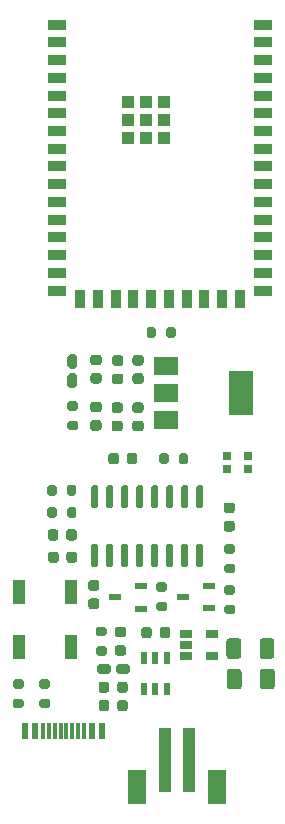
<source format=gbr>
%TF.GenerationSoftware,KiCad,Pcbnew,5.1.10-88a1d61d58~90~ubuntu20.04.1*%
%TF.CreationDate,2021-07-14T19:36:45+05:30*%
%TF.ProjectId,USBee32-S2,55534265-6533-4322-9d53-322e6b696361,rev?*%
%TF.SameCoordinates,Original*%
%TF.FileFunction,Paste,Top*%
%TF.FilePolarity,Positive*%
%FSLAX46Y46*%
G04 Gerber Fmt 4.6, Leading zero omitted, Abs format (unit mm)*
G04 Created by KiCad (PCBNEW 5.1.10-88a1d61d58~90~ubuntu20.04.1) date 2021-07-14 19:36:45*
%MOMM*%
%LPD*%
G01*
G04 APERTURE LIST*
%ADD10R,1.600000X3.000000*%
%ADD11R,1.000000X5.500000*%
%ADD12R,0.600000X1.125000*%
%ADD13R,1.050000X0.600000*%
%ADD14R,1.060000X0.650000*%
%ADD15R,2.000000X1.500000*%
%ADD16R,2.000000X3.800000*%
%ADD17R,1.100000X1.100000*%
%ADD18R,1.500000X0.900000*%
%ADD19R,0.900000X1.500000*%
%ADD20R,0.600000X1.450000*%
%ADD21R,0.300000X1.450000*%
%ADD22R,0.700000X0.700000*%
%ADD23R,1.000000X2.000000*%
G04 APERTURE END LIST*
G36*
G01*
X186580700Y-112312200D02*
X186580700Y-113562200D01*
G75*
G02*
X186330700Y-113812200I-250000J0D01*
G01*
X185580700Y-113812200D01*
G75*
G02*
X185330700Y-113562200I0J250000D01*
G01*
X185330700Y-112312200D01*
G75*
G02*
X185580700Y-112062200I250000J0D01*
G01*
X186330700Y-112062200D01*
G75*
G02*
X186580700Y-112312200I0J-250000D01*
G01*
G37*
G36*
G01*
X189380700Y-112312200D02*
X189380700Y-113562200D01*
G75*
G02*
X189130700Y-113812200I-250000J0D01*
G01*
X188380700Y-113812200D01*
G75*
G02*
X188130700Y-113562200I0J250000D01*
G01*
X188130700Y-112312200D01*
G75*
G02*
X188380700Y-112062200I250000J0D01*
G01*
X189130700Y-112062200D01*
G75*
G02*
X189380700Y-112312200I0J-250000D01*
G01*
G37*
G36*
G01*
X178970000Y-108743750D02*
X178970000Y-109256250D01*
G75*
G02*
X178751250Y-109475000I-218750J0D01*
G01*
X178313750Y-109475000D01*
G75*
G02*
X178095000Y-109256250I0J218750D01*
G01*
X178095000Y-108743750D01*
G75*
G02*
X178313750Y-108525000I218750J0D01*
G01*
X178751250Y-108525000D01*
G75*
G02*
X178970000Y-108743750I0J-218750D01*
G01*
G37*
G36*
G01*
X180545000Y-108743750D02*
X180545000Y-109256250D01*
G75*
G02*
X180326250Y-109475000I-218750J0D01*
G01*
X179888750Y-109475000D01*
G75*
G02*
X179670000Y-109256250I0J218750D01*
G01*
X179670000Y-108743750D01*
G75*
G02*
X179888750Y-108525000I218750J0D01*
G01*
X180326250Y-108525000D01*
G75*
G02*
X180545000Y-108743750I0J-218750D01*
G01*
G37*
D10*
X177721400Y-122047360D03*
X184521400Y-122047360D03*
D11*
X180121400Y-119797360D03*
X182121400Y-119797360D03*
D12*
X180230000Y-111168000D03*
X179280000Y-111168000D03*
X178330000Y-111168000D03*
X178330000Y-113792000D03*
X179280000Y-113792000D03*
X180230000Y-113792000D03*
G36*
G01*
X176585150Y-109389300D02*
X176072650Y-109389300D01*
G75*
G02*
X175853900Y-109170550I0J218750D01*
G01*
X175853900Y-108733050D01*
G75*
G02*
X176072650Y-108514300I218750J0D01*
G01*
X176585150Y-108514300D01*
G75*
G02*
X176803900Y-108733050I0J-218750D01*
G01*
X176803900Y-109170550D01*
G75*
G02*
X176585150Y-109389300I-218750J0D01*
G01*
G37*
G36*
G01*
X176585150Y-110964300D02*
X176072650Y-110964300D01*
G75*
G02*
X175853900Y-110745550I0J218750D01*
G01*
X175853900Y-110308050D01*
G75*
G02*
X176072650Y-110089300I218750J0D01*
G01*
X176585150Y-110089300D01*
G75*
G02*
X176803900Y-110308050I0J-218750D01*
G01*
X176803900Y-110745550D01*
G75*
G02*
X176585150Y-110964300I-218750J0D01*
G01*
G37*
G36*
G01*
X170205000Y-113760000D02*
X169655000Y-113760000D01*
G75*
G02*
X169455000Y-113560000I0J200000D01*
G01*
X169455000Y-113160000D01*
G75*
G02*
X169655000Y-112960000I200000J0D01*
G01*
X170205000Y-112960000D01*
G75*
G02*
X170405000Y-113160000I0J-200000D01*
G01*
X170405000Y-113560000D01*
G75*
G02*
X170205000Y-113760000I-200000J0D01*
G01*
G37*
G36*
G01*
X170205000Y-115410000D02*
X169655000Y-115410000D01*
G75*
G02*
X169455000Y-115210000I0J200000D01*
G01*
X169455000Y-114810000D01*
G75*
G02*
X169655000Y-114610000I200000J0D01*
G01*
X170205000Y-114610000D01*
G75*
G02*
X170405000Y-114810000I0J-200000D01*
G01*
X170405000Y-115210000D01*
G75*
G02*
X170205000Y-115410000I-200000J0D01*
G01*
G37*
D13*
X181594800Y-105990300D03*
X183794800Y-105040300D03*
X183794800Y-106940300D03*
X175892500Y-106015700D03*
X178092500Y-105065700D03*
X178092500Y-106965700D03*
D14*
X184100000Y-109120000D03*
X184100000Y-111020000D03*
X181900000Y-111020000D03*
X181900000Y-110070000D03*
X181900000Y-109120000D03*
G36*
G01*
X180415600Y-93993200D02*
X180415600Y-94543200D01*
G75*
G02*
X180215600Y-94743200I-200000J0D01*
G01*
X179815600Y-94743200D01*
G75*
G02*
X179615600Y-94543200I0J200000D01*
G01*
X179615600Y-93993200D01*
G75*
G02*
X179815600Y-93793200I200000J0D01*
G01*
X180215600Y-93793200D01*
G75*
G02*
X180415600Y-93993200I0J-200000D01*
G01*
G37*
G36*
G01*
X182065600Y-93993200D02*
X182065600Y-94543200D01*
G75*
G02*
X181865600Y-94743200I-200000J0D01*
G01*
X181465600Y-94743200D01*
G75*
G02*
X181265600Y-94543200I0J200000D01*
G01*
X181265600Y-93993200D01*
G75*
G02*
X181465600Y-93793200I200000J0D01*
G01*
X181865600Y-93793200D01*
G75*
G02*
X182065600Y-93993200I0J-200000D01*
G01*
G37*
G36*
G01*
X182887700Y-101495900D02*
X183187700Y-101495900D01*
G75*
G02*
X183337700Y-101645900I0J-150000D01*
G01*
X183337700Y-103295900D01*
G75*
G02*
X183187700Y-103445900I-150000J0D01*
G01*
X182887700Y-103445900D01*
G75*
G02*
X182737700Y-103295900I0J150000D01*
G01*
X182737700Y-101645900D01*
G75*
G02*
X182887700Y-101495900I150000J0D01*
G01*
G37*
G36*
G01*
X181617700Y-101495900D02*
X181917700Y-101495900D01*
G75*
G02*
X182067700Y-101645900I0J-150000D01*
G01*
X182067700Y-103295900D01*
G75*
G02*
X181917700Y-103445900I-150000J0D01*
G01*
X181617700Y-103445900D01*
G75*
G02*
X181467700Y-103295900I0J150000D01*
G01*
X181467700Y-101645900D01*
G75*
G02*
X181617700Y-101495900I150000J0D01*
G01*
G37*
G36*
G01*
X180347700Y-101495900D02*
X180647700Y-101495900D01*
G75*
G02*
X180797700Y-101645900I0J-150000D01*
G01*
X180797700Y-103295900D01*
G75*
G02*
X180647700Y-103445900I-150000J0D01*
G01*
X180347700Y-103445900D01*
G75*
G02*
X180197700Y-103295900I0J150000D01*
G01*
X180197700Y-101645900D01*
G75*
G02*
X180347700Y-101495900I150000J0D01*
G01*
G37*
G36*
G01*
X179077700Y-101495900D02*
X179377700Y-101495900D01*
G75*
G02*
X179527700Y-101645900I0J-150000D01*
G01*
X179527700Y-103295900D01*
G75*
G02*
X179377700Y-103445900I-150000J0D01*
G01*
X179077700Y-103445900D01*
G75*
G02*
X178927700Y-103295900I0J150000D01*
G01*
X178927700Y-101645900D01*
G75*
G02*
X179077700Y-101495900I150000J0D01*
G01*
G37*
G36*
G01*
X177807700Y-101495900D02*
X178107700Y-101495900D01*
G75*
G02*
X178257700Y-101645900I0J-150000D01*
G01*
X178257700Y-103295900D01*
G75*
G02*
X178107700Y-103445900I-150000J0D01*
G01*
X177807700Y-103445900D01*
G75*
G02*
X177657700Y-103295900I0J150000D01*
G01*
X177657700Y-101645900D01*
G75*
G02*
X177807700Y-101495900I150000J0D01*
G01*
G37*
G36*
G01*
X176537700Y-101495900D02*
X176837700Y-101495900D01*
G75*
G02*
X176987700Y-101645900I0J-150000D01*
G01*
X176987700Y-103295900D01*
G75*
G02*
X176837700Y-103445900I-150000J0D01*
G01*
X176537700Y-103445900D01*
G75*
G02*
X176387700Y-103295900I0J150000D01*
G01*
X176387700Y-101645900D01*
G75*
G02*
X176537700Y-101495900I150000J0D01*
G01*
G37*
G36*
G01*
X175267700Y-101495900D02*
X175567700Y-101495900D01*
G75*
G02*
X175717700Y-101645900I0J-150000D01*
G01*
X175717700Y-103295900D01*
G75*
G02*
X175567700Y-103445900I-150000J0D01*
G01*
X175267700Y-103445900D01*
G75*
G02*
X175117700Y-103295900I0J150000D01*
G01*
X175117700Y-101645900D01*
G75*
G02*
X175267700Y-101495900I150000J0D01*
G01*
G37*
G36*
G01*
X173997700Y-101495900D02*
X174297700Y-101495900D01*
G75*
G02*
X174447700Y-101645900I0J-150000D01*
G01*
X174447700Y-103295900D01*
G75*
G02*
X174297700Y-103445900I-150000J0D01*
G01*
X173997700Y-103445900D01*
G75*
G02*
X173847700Y-103295900I0J150000D01*
G01*
X173847700Y-101645900D01*
G75*
G02*
X173997700Y-101495900I150000J0D01*
G01*
G37*
G36*
G01*
X173997700Y-96545900D02*
X174297700Y-96545900D01*
G75*
G02*
X174447700Y-96695900I0J-150000D01*
G01*
X174447700Y-98345900D01*
G75*
G02*
X174297700Y-98495900I-150000J0D01*
G01*
X173997700Y-98495900D01*
G75*
G02*
X173847700Y-98345900I0J150000D01*
G01*
X173847700Y-96695900D01*
G75*
G02*
X173997700Y-96545900I150000J0D01*
G01*
G37*
G36*
G01*
X175267700Y-96545900D02*
X175567700Y-96545900D01*
G75*
G02*
X175717700Y-96695900I0J-150000D01*
G01*
X175717700Y-98345900D01*
G75*
G02*
X175567700Y-98495900I-150000J0D01*
G01*
X175267700Y-98495900D01*
G75*
G02*
X175117700Y-98345900I0J150000D01*
G01*
X175117700Y-96695900D01*
G75*
G02*
X175267700Y-96545900I150000J0D01*
G01*
G37*
G36*
G01*
X176537700Y-96545900D02*
X176837700Y-96545900D01*
G75*
G02*
X176987700Y-96695900I0J-150000D01*
G01*
X176987700Y-98345900D01*
G75*
G02*
X176837700Y-98495900I-150000J0D01*
G01*
X176537700Y-98495900D01*
G75*
G02*
X176387700Y-98345900I0J150000D01*
G01*
X176387700Y-96695900D01*
G75*
G02*
X176537700Y-96545900I150000J0D01*
G01*
G37*
G36*
G01*
X177807700Y-96545900D02*
X178107700Y-96545900D01*
G75*
G02*
X178257700Y-96695900I0J-150000D01*
G01*
X178257700Y-98345900D01*
G75*
G02*
X178107700Y-98495900I-150000J0D01*
G01*
X177807700Y-98495900D01*
G75*
G02*
X177657700Y-98345900I0J150000D01*
G01*
X177657700Y-96695900D01*
G75*
G02*
X177807700Y-96545900I150000J0D01*
G01*
G37*
G36*
G01*
X179077700Y-96545900D02*
X179377700Y-96545900D01*
G75*
G02*
X179527700Y-96695900I0J-150000D01*
G01*
X179527700Y-98345900D01*
G75*
G02*
X179377700Y-98495900I-150000J0D01*
G01*
X179077700Y-98495900D01*
G75*
G02*
X178927700Y-98345900I0J150000D01*
G01*
X178927700Y-96695900D01*
G75*
G02*
X179077700Y-96545900I150000J0D01*
G01*
G37*
G36*
G01*
X180347700Y-96545900D02*
X180647700Y-96545900D01*
G75*
G02*
X180797700Y-96695900I0J-150000D01*
G01*
X180797700Y-98345900D01*
G75*
G02*
X180647700Y-98495900I-150000J0D01*
G01*
X180347700Y-98495900D01*
G75*
G02*
X180197700Y-98345900I0J150000D01*
G01*
X180197700Y-96695900D01*
G75*
G02*
X180347700Y-96545900I150000J0D01*
G01*
G37*
G36*
G01*
X181617700Y-96545900D02*
X181917700Y-96545900D01*
G75*
G02*
X182067700Y-96695900I0J-150000D01*
G01*
X182067700Y-98345900D01*
G75*
G02*
X181917700Y-98495900I-150000J0D01*
G01*
X181617700Y-98495900D01*
G75*
G02*
X181467700Y-98345900I0J150000D01*
G01*
X181467700Y-96695900D01*
G75*
G02*
X181617700Y-96545900I150000J0D01*
G01*
G37*
G36*
G01*
X182887700Y-96545900D02*
X183187700Y-96545900D01*
G75*
G02*
X183337700Y-96695900I0J-150000D01*
G01*
X183337700Y-98345900D01*
G75*
G02*
X183187700Y-98495900I-150000J0D01*
G01*
X182887700Y-98495900D01*
G75*
G02*
X182737700Y-98345900I0J150000D01*
G01*
X182737700Y-96695900D01*
G75*
G02*
X182887700Y-96545900I150000J0D01*
G01*
G37*
D15*
X180192500Y-86392900D03*
X180192500Y-90992900D03*
X180192500Y-88692900D03*
D16*
X186492500Y-88692900D03*
D17*
X176990000Y-64090000D03*
X178490000Y-64090000D03*
X179990000Y-64090000D03*
X179990000Y-65590000D03*
X179990000Y-67090000D03*
X178490000Y-67090000D03*
X176990000Y-67090000D03*
X176990000Y-65590000D03*
X178490000Y-65590000D03*
D18*
X188430000Y-57540000D03*
X188430000Y-59040000D03*
X188430000Y-60540000D03*
X188430000Y-62040000D03*
X188430000Y-63540000D03*
X188430000Y-65040000D03*
X188430000Y-66540000D03*
X188430000Y-68040000D03*
X188430000Y-69540000D03*
X188430000Y-71040000D03*
X188430000Y-72540000D03*
X188430000Y-74040000D03*
X188430000Y-75540000D03*
X188430000Y-77040000D03*
X188430000Y-78540000D03*
X188430000Y-80040000D03*
D19*
X186430000Y-80790000D03*
X184930000Y-80790000D03*
X183430000Y-80790000D03*
X181930000Y-80790000D03*
X180430000Y-80790000D03*
X178930000Y-80790000D03*
X177430000Y-80790000D03*
X175930000Y-80790000D03*
X174430000Y-80790000D03*
X172930000Y-80790000D03*
D18*
X170930000Y-80040000D03*
X170930000Y-78540000D03*
X170930000Y-77040000D03*
X170930000Y-75540000D03*
X170930000Y-74040000D03*
X170930000Y-72540000D03*
X170930000Y-71040000D03*
X170930000Y-69540000D03*
X170930000Y-68040000D03*
X170930000Y-66540000D03*
X170930000Y-65040000D03*
X170930000Y-63540000D03*
X170930000Y-62040000D03*
X170930000Y-60540000D03*
X170930000Y-59040000D03*
X170930000Y-57540000D03*
D20*
X174757500Y-117364280D03*
X173957500Y-117364280D03*
D21*
X173257500Y-117364280D03*
X172757500Y-117364280D03*
X172257500Y-117364280D03*
X171757500Y-117364280D03*
X169757500Y-117364280D03*
X170257500Y-117364280D03*
X170757500Y-117364280D03*
X171257500Y-117364280D03*
D20*
X169057500Y-117364280D03*
X168257500Y-117364280D03*
G36*
G01*
X170941400Y-96672900D02*
X170941400Y-97222900D01*
G75*
G02*
X170741400Y-97422900I-200000J0D01*
G01*
X170341400Y-97422900D01*
G75*
G02*
X170141400Y-97222900I0J200000D01*
G01*
X170141400Y-96672900D01*
G75*
G02*
X170341400Y-96472900I200000J0D01*
G01*
X170741400Y-96472900D01*
G75*
G02*
X170941400Y-96672900I0J-200000D01*
G01*
G37*
G36*
G01*
X172591400Y-96672900D02*
X172591400Y-97222900D01*
G75*
G02*
X172391400Y-97422900I-200000J0D01*
G01*
X171991400Y-97422900D01*
G75*
G02*
X171791400Y-97222900I0J200000D01*
G01*
X171791400Y-96672900D01*
G75*
G02*
X171991400Y-96472900I200000J0D01*
G01*
X172391400Y-96472900D01*
G75*
G02*
X172591400Y-96672900I0J-200000D01*
G01*
G37*
G36*
G01*
X175933740Y-112301300D02*
X175933740Y-111876300D01*
G75*
G02*
X176146240Y-111663800I212500J0D01*
G01*
X176946240Y-111663800D01*
G75*
G02*
X177158740Y-111876300I0J-212500D01*
G01*
X177158740Y-112301300D01*
G75*
G02*
X176946240Y-112513800I-212500J0D01*
G01*
X176146240Y-112513800D01*
G75*
G02*
X175933740Y-112301300I0J212500D01*
G01*
G37*
G36*
G01*
X174308740Y-112301300D02*
X174308740Y-111876300D01*
G75*
G02*
X174521240Y-111663800I212500J0D01*
G01*
X175321240Y-111663800D01*
G75*
G02*
X175533740Y-111876300I0J-212500D01*
G01*
X175533740Y-112301300D01*
G75*
G02*
X175321240Y-112513800I-212500J0D01*
G01*
X174521240Y-112513800D01*
G75*
G02*
X174308740Y-112301300I0J212500D01*
G01*
G37*
G36*
G01*
X175363740Y-113374240D02*
X175363740Y-113886740D01*
G75*
G02*
X175144990Y-114105490I-218750J0D01*
G01*
X174707490Y-114105490D01*
G75*
G02*
X174488740Y-113886740I0J218750D01*
G01*
X174488740Y-113374240D01*
G75*
G02*
X174707490Y-113155490I218750J0D01*
G01*
X175144990Y-113155490D01*
G75*
G02*
X175363740Y-113374240I0J-218750D01*
G01*
G37*
G36*
G01*
X176938740Y-113374240D02*
X176938740Y-113886740D01*
G75*
G02*
X176719990Y-114105490I-218750J0D01*
G01*
X176282490Y-114105490D01*
G75*
G02*
X176063740Y-113886740I0J218750D01*
G01*
X176063740Y-113374240D01*
G75*
G02*
X176282490Y-113155490I218750J0D01*
G01*
X176719990Y-113155490D01*
G75*
G02*
X176938740Y-113374240I0J-218750D01*
G01*
G37*
G36*
G01*
X175363740Y-114925930D02*
X175363740Y-115438430D01*
G75*
G02*
X175144990Y-115657180I-218750J0D01*
G01*
X174707490Y-115657180D01*
G75*
G02*
X174488740Y-115438430I0J218750D01*
G01*
X174488740Y-114925930D01*
G75*
G02*
X174707490Y-114707180I218750J0D01*
G01*
X175144990Y-114707180D01*
G75*
G02*
X175363740Y-114925930I0J-218750D01*
G01*
G37*
G36*
G01*
X176938740Y-114925930D02*
X176938740Y-115438430D01*
G75*
G02*
X176719990Y-115657180I-218750J0D01*
G01*
X176282490Y-115657180D01*
G75*
G02*
X176063740Y-115438430I0J218750D01*
G01*
X176063740Y-114925930D01*
G75*
G02*
X176282490Y-114707180I218750J0D01*
G01*
X176719990Y-114707180D01*
G75*
G02*
X176938740Y-114925930I0J-218750D01*
G01*
G37*
D22*
X185330720Y-95117920D03*
X185330720Y-94017920D03*
X187160720Y-94017920D03*
X187160720Y-95117920D03*
G36*
G01*
X174978300Y-109327000D02*
X174428300Y-109327000D01*
G75*
G02*
X174228300Y-109127000I0J200000D01*
G01*
X174228300Y-108727000D01*
G75*
G02*
X174428300Y-108527000I200000J0D01*
G01*
X174978300Y-108527000D01*
G75*
G02*
X175178300Y-108727000I0J-200000D01*
G01*
X175178300Y-109127000D01*
G75*
G02*
X174978300Y-109327000I-200000J0D01*
G01*
G37*
G36*
G01*
X174978300Y-110977000D02*
X174428300Y-110977000D01*
G75*
G02*
X174228300Y-110777000I0J200000D01*
G01*
X174228300Y-110377000D01*
G75*
G02*
X174428300Y-110177000I200000J0D01*
G01*
X174978300Y-110177000D01*
G75*
G02*
X175178300Y-110377000I0J-200000D01*
G01*
X175178300Y-110777000D01*
G75*
G02*
X174978300Y-110977000I-200000J0D01*
G01*
G37*
G36*
G01*
X175840800Y-87074800D02*
X176340800Y-87074800D01*
G75*
G02*
X176565800Y-87299800I0J-225000D01*
G01*
X176565800Y-87749800D01*
G75*
G02*
X176340800Y-87974800I-225000J0D01*
G01*
X175840800Y-87974800D01*
G75*
G02*
X175615800Y-87749800I0J225000D01*
G01*
X175615800Y-87299800D01*
G75*
G02*
X175840800Y-87074800I225000J0D01*
G01*
G37*
G36*
G01*
X175840800Y-85524800D02*
X176340800Y-85524800D01*
G75*
G02*
X176565800Y-85749800I0J-225000D01*
G01*
X176565800Y-86199800D01*
G75*
G02*
X176340800Y-86424800I-225000J0D01*
G01*
X175840800Y-86424800D01*
G75*
G02*
X175615800Y-86199800I0J225000D01*
G01*
X175615800Y-85749800D01*
G75*
G02*
X175840800Y-85524800I225000J0D01*
G01*
G37*
G36*
G01*
X175802700Y-91062300D02*
X176302700Y-91062300D01*
G75*
G02*
X176527700Y-91287300I0J-225000D01*
G01*
X176527700Y-91737300D01*
G75*
G02*
X176302700Y-91962300I-225000J0D01*
G01*
X175802700Y-91962300D01*
G75*
G02*
X175577700Y-91737300I0J225000D01*
G01*
X175577700Y-91287300D01*
G75*
G02*
X175802700Y-91062300I225000J0D01*
G01*
G37*
G36*
G01*
X175802700Y-89512300D02*
X176302700Y-89512300D01*
G75*
G02*
X176527700Y-89737300I0J-225000D01*
G01*
X176527700Y-90187300D01*
G75*
G02*
X176302700Y-90412300I-225000J0D01*
G01*
X175802700Y-90412300D01*
G75*
G02*
X175577700Y-90187300I0J225000D01*
G01*
X175577700Y-89737300D01*
G75*
G02*
X175802700Y-89512300I225000J0D01*
G01*
G37*
G36*
G01*
X188105300Y-110984100D02*
X188105300Y-109734100D01*
G75*
G02*
X188355300Y-109484100I250000J0D01*
G01*
X189105300Y-109484100D01*
G75*
G02*
X189355300Y-109734100I0J-250000D01*
G01*
X189355300Y-110984100D01*
G75*
G02*
X189105300Y-111234100I-250000J0D01*
G01*
X188355300Y-111234100D01*
G75*
G02*
X188105300Y-110984100I0J250000D01*
G01*
G37*
G36*
G01*
X185305300Y-110984100D02*
X185305300Y-109734100D01*
G75*
G02*
X185555300Y-109484100I250000J0D01*
G01*
X186305300Y-109484100D01*
G75*
G02*
X186555300Y-109734100I0J-250000D01*
G01*
X186555300Y-110984100D01*
G75*
G02*
X186305300Y-111234100I-250000J0D01*
G01*
X185555300Y-111234100D01*
G75*
G02*
X185305300Y-110984100I0J250000D01*
G01*
G37*
G36*
G01*
X185789600Y-98896200D02*
X185289600Y-98896200D01*
G75*
G02*
X185064600Y-98671200I0J225000D01*
G01*
X185064600Y-98221200D01*
G75*
G02*
X185289600Y-97996200I225000J0D01*
G01*
X185789600Y-97996200D01*
G75*
G02*
X186014600Y-98221200I0J-225000D01*
G01*
X186014600Y-98671200D01*
G75*
G02*
X185789600Y-98896200I-225000J0D01*
G01*
G37*
G36*
G01*
X185789600Y-100446200D02*
X185289600Y-100446200D01*
G75*
G02*
X185064600Y-100221200I0J225000D01*
G01*
X185064600Y-99771200D01*
G75*
G02*
X185289600Y-99546200I225000J0D01*
G01*
X185789600Y-99546200D01*
G75*
G02*
X186014600Y-99771200I0J-225000D01*
G01*
X186014600Y-100221200D01*
G75*
G02*
X185789600Y-100446200I-225000J0D01*
G01*
G37*
D23*
X172156700Y-105558500D03*
X167756700Y-105558500D03*
X172118600Y-110194000D03*
X167718600Y-110194000D03*
G36*
G01*
X179549600Y-106389900D02*
X180099600Y-106389900D01*
G75*
G02*
X180299600Y-106589900I0J-200000D01*
G01*
X180299600Y-106989900D01*
G75*
G02*
X180099600Y-107189900I-200000J0D01*
G01*
X179549600Y-107189900D01*
G75*
G02*
X179349600Y-106989900I0J200000D01*
G01*
X179349600Y-106589900D01*
G75*
G02*
X179549600Y-106389900I200000J0D01*
G01*
G37*
G36*
G01*
X179549600Y-104739900D02*
X180099600Y-104739900D01*
G75*
G02*
X180299600Y-104939900I0J-200000D01*
G01*
X180299600Y-105339900D01*
G75*
G02*
X180099600Y-105539900I-200000J0D01*
G01*
X179549600Y-105539900D01*
G75*
G02*
X179349600Y-105339900I0J200000D01*
G01*
X179349600Y-104939900D01*
G75*
G02*
X179549600Y-104739900I200000J0D01*
G01*
G37*
G36*
G01*
X172018500Y-91074200D02*
X172568500Y-91074200D01*
G75*
G02*
X172768500Y-91274200I0J-200000D01*
G01*
X172768500Y-91674200D01*
G75*
G02*
X172568500Y-91874200I-200000J0D01*
G01*
X172018500Y-91874200D01*
G75*
G02*
X171818500Y-91674200I0J200000D01*
G01*
X171818500Y-91274200D01*
G75*
G02*
X172018500Y-91074200I200000J0D01*
G01*
G37*
G36*
G01*
X172018500Y-89424200D02*
X172568500Y-89424200D01*
G75*
G02*
X172768500Y-89624200I0J-200000D01*
G01*
X172768500Y-90024200D01*
G75*
G02*
X172568500Y-90224200I-200000J0D01*
G01*
X172018500Y-90224200D01*
G75*
G02*
X171818500Y-90024200I0J200000D01*
G01*
X171818500Y-89624200D01*
G75*
G02*
X172018500Y-89424200I200000J0D01*
G01*
G37*
G36*
G01*
X172465360Y-86664400D02*
X172040360Y-86664400D01*
G75*
G02*
X171827860Y-86451900I0J212500D01*
G01*
X171827860Y-85651900D01*
G75*
G02*
X172040360Y-85439400I212500J0D01*
G01*
X172465360Y-85439400D01*
G75*
G02*
X172677860Y-85651900I0J-212500D01*
G01*
X172677860Y-86451900D01*
G75*
G02*
X172465360Y-86664400I-212500J0D01*
G01*
G37*
G36*
G01*
X172465360Y-88289400D02*
X172040360Y-88289400D01*
G75*
G02*
X171827860Y-88076900I0J212500D01*
G01*
X171827860Y-87276900D01*
G75*
G02*
X172040360Y-87064400I212500J0D01*
G01*
X172465360Y-87064400D01*
G75*
G02*
X172677860Y-87276900I0J-212500D01*
G01*
X172677860Y-88076900D01*
G75*
G02*
X172465360Y-88289400I-212500J0D01*
G01*
G37*
G36*
G01*
X177568000Y-87049400D02*
X178068000Y-87049400D01*
G75*
G02*
X178293000Y-87274400I0J-225000D01*
G01*
X178293000Y-87724400D01*
G75*
G02*
X178068000Y-87949400I-225000J0D01*
G01*
X177568000Y-87949400D01*
G75*
G02*
X177343000Y-87724400I0J225000D01*
G01*
X177343000Y-87274400D01*
G75*
G02*
X177568000Y-87049400I225000J0D01*
G01*
G37*
G36*
G01*
X177568000Y-85499400D02*
X178068000Y-85499400D01*
G75*
G02*
X178293000Y-85724400I0J-225000D01*
G01*
X178293000Y-86174400D01*
G75*
G02*
X178068000Y-86399400I-225000J0D01*
G01*
X177568000Y-86399400D01*
G75*
G02*
X177343000Y-86174400I0J225000D01*
G01*
X177343000Y-85724400D01*
G75*
G02*
X177568000Y-85499400I225000J0D01*
G01*
G37*
G36*
G01*
X173821500Y-106112100D02*
X174321500Y-106112100D01*
G75*
G02*
X174546500Y-106337100I0J-225000D01*
G01*
X174546500Y-106787100D01*
G75*
G02*
X174321500Y-107012100I-225000J0D01*
G01*
X173821500Y-107012100D01*
G75*
G02*
X173596500Y-106787100I0J225000D01*
G01*
X173596500Y-106337100D01*
G75*
G02*
X173821500Y-106112100I225000J0D01*
G01*
G37*
G36*
G01*
X173821500Y-104562100D02*
X174321500Y-104562100D01*
G75*
G02*
X174546500Y-104787100I0J-225000D01*
G01*
X174546500Y-105237100D01*
G75*
G02*
X174321500Y-105462100I-225000J0D01*
G01*
X173821500Y-105462100D01*
G75*
G02*
X173596500Y-105237100I0J225000D01*
G01*
X173596500Y-104787100D01*
G75*
G02*
X173821500Y-104562100I225000J0D01*
G01*
G37*
G36*
G01*
X171079500Y-100482500D02*
X171079500Y-100982500D01*
G75*
G02*
X170854500Y-101207500I-225000J0D01*
G01*
X170404500Y-101207500D01*
G75*
G02*
X170179500Y-100982500I0J225000D01*
G01*
X170179500Y-100482500D01*
G75*
G02*
X170404500Y-100257500I225000J0D01*
G01*
X170854500Y-100257500D01*
G75*
G02*
X171079500Y-100482500I0J-225000D01*
G01*
G37*
G36*
G01*
X172629500Y-100482500D02*
X172629500Y-100982500D01*
G75*
G02*
X172404500Y-101207500I-225000J0D01*
G01*
X171954500Y-101207500D01*
G75*
G02*
X171729500Y-100982500I0J225000D01*
G01*
X171729500Y-100482500D01*
G75*
G02*
X171954500Y-100257500I225000J0D01*
G01*
X172404500Y-100257500D01*
G75*
G02*
X172629500Y-100482500I0J-225000D01*
G01*
G37*
G36*
G01*
X176197600Y-94018200D02*
X176197600Y-94518200D01*
G75*
G02*
X175972600Y-94743200I-225000J0D01*
G01*
X175522600Y-94743200D01*
G75*
G02*
X175297600Y-94518200I0J225000D01*
G01*
X175297600Y-94018200D01*
G75*
G02*
X175522600Y-93793200I225000J0D01*
G01*
X175972600Y-93793200D01*
G75*
G02*
X176197600Y-94018200I0J-225000D01*
G01*
G37*
G36*
G01*
X177747600Y-94018200D02*
X177747600Y-94518200D01*
G75*
G02*
X177522600Y-94743200I-225000J0D01*
G01*
X177072600Y-94743200D01*
G75*
G02*
X176847600Y-94518200I0J225000D01*
G01*
X176847600Y-94018200D01*
G75*
G02*
X177072600Y-93793200I225000J0D01*
G01*
X177522600Y-93793200D01*
G75*
G02*
X177747600Y-94018200I0J-225000D01*
G01*
G37*
G36*
G01*
X167955000Y-113755000D02*
X167405000Y-113755000D01*
G75*
G02*
X167205000Y-113555000I0J200000D01*
G01*
X167205000Y-113155000D01*
G75*
G02*
X167405000Y-112955000I200000J0D01*
G01*
X167955000Y-112955000D01*
G75*
G02*
X168155000Y-113155000I0J-200000D01*
G01*
X168155000Y-113555000D01*
G75*
G02*
X167955000Y-113755000I-200000J0D01*
G01*
G37*
G36*
G01*
X167955000Y-115405000D02*
X167405000Y-115405000D01*
G75*
G02*
X167205000Y-115205000I0J200000D01*
G01*
X167205000Y-114805000D01*
G75*
G02*
X167405000Y-114605000I200000J0D01*
G01*
X167955000Y-114605000D01*
G75*
G02*
X168155000Y-114805000I0J-200000D01*
G01*
X168155000Y-115205000D01*
G75*
G02*
X167955000Y-115405000I-200000J0D01*
G01*
G37*
G36*
G01*
X179341180Y-83312500D02*
X179341180Y-83862500D01*
G75*
G02*
X179141180Y-84062500I-200000J0D01*
G01*
X178741180Y-84062500D01*
G75*
G02*
X178541180Y-83862500I0J200000D01*
G01*
X178541180Y-83312500D01*
G75*
G02*
X178741180Y-83112500I200000J0D01*
G01*
X179141180Y-83112500D01*
G75*
G02*
X179341180Y-83312500I0J-200000D01*
G01*
G37*
G36*
G01*
X180991180Y-83312500D02*
X180991180Y-83862500D01*
G75*
G02*
X180791180Y-84062500I-200000J0D01*
G01*
X180391180Y-84062500D01*
G75*
G02*
X180191180Y-83862500I0J200000D01*
G01*
X180191180Y-83312500D01*
G75*
G02*
X180391180Y-83112500I200000J0D01*
G01*
X180791180Y-83112500D01*
G75*
G02*
X180991180Y-83312500I0J-200000D01*
G01*
G37*
G36*
G01*
X185852700Y-102326800D02*
X185302700Y-102326800D01*
G75*
G02*
X185102700Y-102126800I0J200000D01*
G01*
X185102700Y-101726800D01*
G75*
G02*
X185302700Y-101526800I200000J0D01*
G01*
X185852700Y-101526800D01*
G75*
G02*
X186052700Y-101726800I0J-200000D01*
G01*
X186052700Y-102126800D01*
G75*
G02*
X185852700Y-102326800I-200000J0D01*
G01*
G37*
G36*
G01*
X185852700Y-103976800D02*
X185302700Y-103976800D01*
G75*
G02*
X185102700Y-103776800I0J200000D01*
G01*
X185102700Y-103376800D01*
G75*
G02*
X185302700Y-103176800I200000J0D01*
G01*
X185852700Y-103176800D01*
G75*
G02*
X186052700Y-103376800I0J-200000D01*
G01*
X186052700Y-103776800D01*
G75*
G02*
X185852700Y-103976800I-200000J0D01*
G01*
G37*
G36*
G01*
X170141400Y-99115200D02*
X170141400Y-98565200D01*
G75*
G02*
X170341400Y-98365200I200000J0D01*
G01*
X170741400Y-98365200D01*
G75*
G02*
X170941400Y-98565200I0J-200000D01*
G01*
X170941400Y-99115200D01*
G75*
G02*
X170741400Y-99315200I-200000J0D01*
G01*
X170341400Y-99315200D01*
G75*
G02*
X170141400Y-99115200I0J200000D01*
G01*
G37*
G36*
G01*
X171791400Y-99115200D02*
X171791400Y-98565200D01*
G75*
G02*
X171991400Y-98365200I200000J0D01*
G01*
X172391400Y-98365200D01*
G75*
G02*
X172591400Y-98565200I0J-200000D01*
G01*
X172591400Y-99115200D01*
G75*
G02*
X172391400Y-99315200I-200000J0D01*
G01*
X171991400Y-99315200D01*
G75*
G02*
X171791400Y-99115200I0J200000D01*
G01*
G37*
G36*
G01*
X171754900Y-102874800D02*
X171754900Y-102374800D01*
G75*
G02*
X171979900Y-102149800I225000J0D01*
G01*
X172429900Y-102149800D01*
G75*
G02*
X172654900Y-102374800I0J-225000D01*
G01*
X172654900Y-102874800D01*
G75*
G02*
X172429900Y-103099800I-225000J0D01*
G01*
X171979900Y-103099800D01*
G75*
G02*
X171754900Y-102874800I0J225000D01*
G01*
G37*
G36*
G01*
X170204900Y-102874800D02*
X170204900Y-102374800D01*
G75*
G02*
X170429900Y-102149800I225000J0D01*
G01*
X170879900Y-102149800D01*
G75*
G02*
X171104900Y-102374800I0J-225000D01*
G01*
X171104900Y-102874800D01*
G75*
G02*
X170879900Y-103099800I-225000J0D01*
G01*
X170429900Y-103099800D01*
G75*
G02*
X170204900Y-102874800I0J225000D01*
G01*
G37*
G36*
G01*
X174512000Y-86374000D02*
X174012000Y-86374000D01*
G75*
G02*
X173787000Y-86149000I0J225000D01*
G01*
X173787000Y-85699000D01*
G75*
G02*
X174012000Y-85474000I225000J0D01*
G01*
X174512000Y-85474000D01*
G75*
G02*
X174737000Y-85699000I0J-225000D01*
G01*
X174737000Y-86149000D01*
G75*
G02*
X174512000Y-86374000I-225000J0D01*
G01*
G37*
G36*
G01*
X174512000Y-87924000D02*
X174012000Y-87924000D01*
G75*
G02*
X173787000Y-87699000I0J225000D01*
G01*
X173787000Y-87249000D01*
G75*
G02*
X174012000Y-87024000I225000J0D01*
G01*
X174512000Y-87024000D01*
G75*
G02*
X174737000Y-87249000I0J-225000D01*
G01*
X174737000Y-87699000D01*
G75*
G02*
X174512000Y-87924000I-225000J0D01*
G01*
G37*
G36*
G01*
X173999300Y-91011500D02*
X174499300Y-91011500D01*
G75*
G02*
X174724300Y-91236500I0J-225000D01*
G01*
X174724300Y-91686500D01*
G75*
G02*
X174499300Y-91911500I-225000J0D01*
G01*
X173999300Y-91911500D01*
G75*
G02*
X173774300Y-91686500I0J225000D01*
G01*
X173774300Y-91236500D01*
G75*
G02*
X173999300Y-91011500I225000J0D01*
G01*
G37*
G36*
G01*
X173999300Y-89461500D02*
X174499300Y-89461500D01*
G75*
G02*
X174724300Y-89686500I0J-225000D01*
G01*
X174724300Y-90136500D01*
G75*
G02*
X174499300Y-90361500I-225000J0D01*
G01*
X173999300Y-90361500D01*
G75*
G02*
X173774300Y-90136500I0J225000D01*
G01*
X173774300Y-89686500D01*
G75*
G02*
X173999300Y-89461500I225000J0D01*
G01*
G37*
G36*
G01*
X177555300Y-91062600D02*
X178055300Y-91062600D01*
G75*
G02*
X178280300Y-91287600I0J-225000D01*
G01*
X178280300Y-91737600D01*
G75*
G02*
X178055300Y-91962600I-225000J0D01*
G01*
X177555300Y-91962600D01*
G75*
G02*
X177330300Y-91737600I0J225000D01*
G01*
X177330300Y-91287600D01*
G75*
G02*
X177555300Y-91062600I225000J0D01*
G01*
G37*
G36*
G01*
X177555300Y-89512600D02*
X178055300Y-89512600D01*
G75*
G02*
X178280300Y-89737600I0J-225000D01*
G01*
X178280300Y-90187600D01*
G75*
G02*
X178055300Y-90412600I-225000J0D01*
G01*
X177555300Y-90412600D01*
G75*
G02*
X177330300Y-90187600I0J225000D01*
G01*
X177330300Y-89737600D01*
G75*
G02*
X177555300Y-89512600I225000J0D01*
G01*
G37*
G36*
G01*
X185315400Y-106643900D02*
X185865400Y-106643900D01*
G75*
G02*
X186065400Y-106843900I0J-200000D01*
G01*
X186065400Y-107243900D01*
G75*
G02*
X185865400Y-107443900I-200000J0D01*
G01*
X185315400Y-107443900D01*
G75*
G02*
X185115400Y-107243900I0J200000D01*
G01*
X185115400Y-106843900D01*
G75*
G02*
X185315400Y-106643900I200000J0D01*
G01*
G37*
G36*
G01*
X185315400Y-104993900D02*
X185865400Y-104993900D01*
G75*
G02*
X186065400Y-105193900I0J-200000D01*
G01*
X186065400Y-105593900D01*
G75*
G02*
X185865400Y-105793900I-200000J0D01*
G01*
X185315400Y-105793900D01*
G75*
G02*
X185115400Y-105593900I0J200000D01*
G01*
X185115400Y-105193900D01*
G75*
G02*
X185315400Y-104993900I200000J0D01*
G01*
G37*
M02*

</source>
